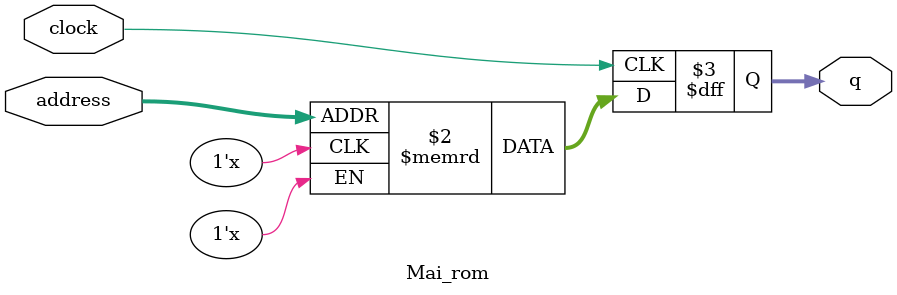
<source format=sv>
module Mai_rom (
	input logic clock,
	input logic [13:0] address,
	output logic [2:0] q
);

logic [2:0] memory [0:10303] /* synthesis ram_init_file = "./Mai/Mai.COE" */;

always_ff @ (posedge clock) begin
	q <= memory[address];
end

endmodule

</source>
